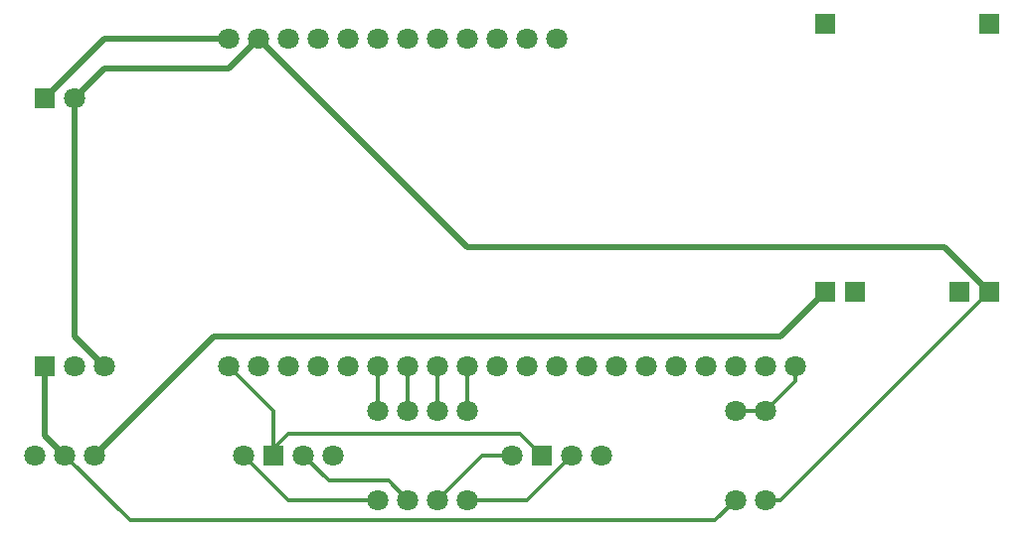
<source format=gtl>
%TF.GenerationSoftware,KiCad,Pcbnew,9.0.0*%
%TF.CreationDate,2025-03-09T03:37:22-07:00*%
%TF.ProjectId,tag,7461672e-6b69-4636-9164-5f7063625858,v0.1*%
%TF.SameCoordinates,Original*%
%TF.FileFunction,Copper,L1,Top*%
%TF.FilePolarity,Positive*%
%FSLAX46Y46*%
G04 Gerber Fmt 4.6, Leading zero omitted, Abs format (unit mm)*
G04 Created by KiCad (PCBNEW 9.0.0) date 2025-03-09 03:37:22*
%MOMM*%
%LPD*%
G01*
G04 APERTURE LIST*
%TA.AperFunction,ComponentPad*%
%ADD10C,1.800000*%
%TD*%
%TA.AperFunction,ComponentPad*%
%ADD11R,1.800000X1.800000*%
%TD*%
%TA.AperFunction,Conductor*%
%ADD12C,0.500000*%
%TD*%
%TA.AperFunction,Conductor*%
%ADD13C,0.300000*%
%TD*%
G04 APERTURE END LIST*
D10*
%TO.P,ESP32_UWB1,1,3V3*%
%TO.N,Net-(ESP32_UWB1-3V3)*%
X40855000Y-48260000D03*
%TO.P,ESP32_UWB1,2,GND*%
%TO.N,unconnected-(ESP32_UWB1-GND-Pad2)*%
X43395000Y-48260000D03*
%TO.P,ESP32_UWB1,3,RST*%
%TO.N,unconnected-(ESP32_UWB1-RST-Pad3)*%
X45935000Y-48260000D03*
%TO.P,ESP32_UWB1,4,GND*%
%TO.N,unconnected-(ESP32_UWB1-GND-Pad4)*%
X48475000Y-48260000D03*
%TO.P,ESP32_UWB1,5,IO2*%
%TO.N,unconnected-(ESP32_UWB1-IO2-Pad5)*%
X51015000Y-48260000D03*
%TO.P,ESP32_UWB1,6,IO12*%
%TO.N,Net-(ESP32_UWB1-IO12)*%
X53555000Y-48260000D03*
%TO.P,ESP32_UWB1,7,IO13*%
%TO.N,Net-(ESP32_UWB1-IO13)*%
X56095000Y-48260000D03*
%TO.P,ESP32_UWB1,8,IO14*%
%TO.N,Net-(ESP32_UWB1-IO14)*%
X58635000Y-48260000D03*
%TO.P,ESP32_UWB1,9,IO15*%
%TO.N,Net-(ESP32_UWB1-IO15)*%
X61175000Y-48260000D03*
%TO.P,ESP32_UWB1,10,IO18*%
%TO.N,unconnected-(ESP32_UWB1-IO18-Pad10)*%
X63715000Y-48260000D03*
%TO.P,ESP32_UWB1,11,IO19*%
%TO.N,unconnected-(ESP32_UWB1-IO19-Pad11)*%
X66255000Y-48260000D03*
%TO.P,ESP32_UWB1,12,IO25*%
%TO.N,unconnected-(ESP32_UWB1-IO25-Pad12)*%
X68795000Y-48260000D03*
%TO.P,ESP32_UWB1,13,IO26*%
%TO.N,unconnected-(ESP32_UWB1-IO26-Pad13)*%
X71335000Y-48260000D03*
%TO.P,ESP32_UWB1,14,IO27*%
%TO.N,unconnected-(ESP32_UWB1-IO27-Pad14)*%
X73875000Y-48260000D03*
%TO.P,ESP32_UWB1,15,IO32*%
%TO.N,unconnected-(ESP32_UWB1-IO32-Pad15)*%
X76415000Y-48260000D03*
%TO.P,ESP32_UWB1,16,IO33*%
%TO.N,unconnected-(ESP32_UWB1-IO33-Pad16)*%
X78955000Y-48260000D03*
%TO.P,ESP32_UWB1,17,IO34*%
%TO.N,unconnected-(ESP32_UWB1-IO34-Pad17)*%
X81495000Y-48260000D03*
%TO.P,ESP32_UWB1,18,IO35*%
%TO.N,unconnected-(ESP32_UWB1-IO35-Pad18)*%
X84035000Y-48260000D03*
%TO.P,ESP32_UWB1,19,IO36*%
%TO.N,unconnected-(ESP32_UWB1-IO36-Pad19)*%
X86575000Y-48260000D03*
%TO.P,ESP32_UWB1,20,IO39*%
%TO.N,Net-(ESP32_UWB1-IO39)*%
X89115000Y-48260000D03*
%TO.P,ESP32_UWB1,21,5V0*%
%TO.N,Net-(ESP32_UWB1-5V0)*%
X40855000Y-20320000D03*
%TO.P,ESP32_UWB1,22,GND*%
%TO.N,Net-(Battery_Charger1-OUT-)*%
X43395000Y-20320000D03*
%TO.P,ESP32_UWB1,23,IO3*%
%TO.N,unconnected-(ESP32_UWB1-IO3-Pad23)*%
X45935000Y-20320000D03*
%TO.P,ESP32_UWB1,24,IO1*%
%TO.N,unconnected-(ESP32_UWB1-IO1-Pad24)*%
X48475000Y-20320000D03*
%TO.P,ESP32_UWB1,25,IO0*%
%TO.N,unconnected-(ESP32_UWB1-IO0-Pad25)*%
X51015000Y-20320000D03*
%TO.P,ESP32_UWB1,26,IO4*%
%TO.N,unconnected-(ESP32_UWB1-IO4-Pad26)*%
X53555000Y-20320000D03*
%TO.P,ESP32_UWB1,27,IO5*%
%TO.N,unconnected-(ESP32_UWB1-IO5-Pad27)*%
X56095000Y-20320000D03*
%TO.P,ESP32_UWB1,28,IO16*%
%TO.N,unconnected-(ESP32_UWB1-IO16-Pad28)*%
X58635000Y-20320000D03*
%TO.P,ESP32_UWB1,29,IO17*%
%TO.N,unconnected-(ESP32_UWB1-IO17-Pad29)*%
X61175000Y-20320000D03*
%TO.P,ESP32_UWB1,30,IO21*%
%TO.N,unconnected-(ESP32_UWB1-IO21-Pad30)*%
X63715000Y-20320000D03*
%TO.P,ESP32_UWB1,31,IO22*%
%TO.N,unconnected-(ESP32_UWB1-IO22-Pad31)*%
X66255000Y-20320000D03*
%TO.P,ESP32_UWB1,32,IO23*%
%TO.N,unconnected-(ESP32_UWB1-IO23-Pad32)*%
X68795000Y-20320000D03*
%TD*%
D11*
%TO.P,5V_DC_DC_Converter1,1,+*%
%TO.N,Net-(5V_DC_DC_Converter1-+-Pad1)*%
X25185000Y-48260000D03*
D10*
%TO.P,5V_DC_DC_Converter1,2,CTL*%
%TO.N,unconnected-(5V_DC_DC_Converter1-CTL-Pad2)*%
X27725000Y-48260000D03*
%TO.P,5V_DC_DC_Converter1,3,-*%
%TO.N,Net-(Battery_Charger1-OUT-)*%
X30265000Y-48260000D03*
D11*
%TO.P,5V_DC_DC_Converter1,4,+*%
%TO.N,Net-(ESP32_UWB1-5V0)*%
X25185000Y-25400000D03*
D10*
%TO.P,5V_DC_DC_Converter1,5,-*%
%TO.N,Net-(Battery_Charger1-OUT-)*%
X27725000Y-25400000D03*
%TD*%
%TO.P,R1,1*%
%TO.N,Net-(RGB_LED_ROUND1-R)*%
X53555000Y-59690000D03*
%TO.P,R1,2*%
%TO.N,Net-(ESP32_UWB1-IO12)*%
X53555000Y-52070000D03*
%TD*%
%TO.P,RGB_LED_ROUND1,1,R*%
%TO.N,Net-(RGB_LED_ROUND1-R)*%
X42125000Y-55880000D03*
D11*
%TO.P,RGB_LED_ROUND1,2,VCC*%
%TO.N,Net-(ESP32_UWB1-3V3)*%
X44665000Y-55880000D03*
D10*
%TO.P,RGB_LED_ROUND1,3,G*%
%TO.N,Net-(RGB_LED_ROUND1-G)*%
X47205000Y-55880000D03*
%TO.P,RGB_LED_ROUND1,4,B*%
%TO.N,unconnected-(RGB_LED_ROUND1-B-Pad4)*%
X49745000Y-55880000D03*
%TD*%
%TO.P,R2,1*%
%TO.N,Net-(RGB_LED_ROUND1-G)*%
X56095000Y-59690000D03*
%TO.P,R2,2*%
%TO.N,Net-(ESP32_UWB1-IO13)*%
X56095000Y-52070000D03*
%TD*%
%TO.P,R4,1*%
%TO.N,Net-(RGB_LED_ROUND2-G)*%
X61175000Y-59690000D03*
%TO.P,R4,2*%
%TO.N,Net-(ESP32_UWB1-IO15)*%
X61175000Y-52070000D03*
%TD*%
%TO.P,RGB_LED_ROUND2,1,R*%
%TO.N,Net-(RGB_LED_ROUND2-R)*%
X64985000Y-55880000D03*
D11*
%TO.P,RGB_LED_ROUND2,2,VCC*%
%TO.N,Net-(ESP32_UWB1-3V3)*%
X67525000Y-55880000D03*
D10*
%TO.P,RGB_LED_ROUND2,3,G*%
%TO.N,Net-(RGB_LED_ROUND2-G)*%
X70065000Y-55880000D03*
%TO.P,RGB_LED_ROUND2,4,B*%
%TO.N,unconnected-(RGB_LED_ROUND2-B-Pad4)*%
X72605000Y-55880000D03*
%TD*%
%TO.P,R3,1*%
%TO.N,Net-(RGB_LED_ROUND2-R)*%
X58635000Y-59690000D03*
%TO.P,R3,2*%
%TO.N,Net-(ESP32_UWB1-IO14)*%
X58635000Y-52070000D03*
%TD*%
%TO.P,R6,1*%
%TO.N,Net-(Battery_Charger1-OUT-)*%
X86575000Y-59690000D03*
%TO.P,R6,2*%
%TO.N,Net-(ESP32_UWB1-IO39)*%
X86575000Y-52070000D03*
%TD*%
%TO.P,ON_OFF_SWITCH1,1*%
%TO.N,unconnected-(ON_OFF_SWITCH1-Pad1)*%
X24345000Y-55880000D03*
%TO.P,ON_OFF_SWITCH1,2*%
%TO.N,Net-(5V_DC_DC_Converter1-+-Pad1)*%
X26885000Y-55880000D03*
%TO.P,ON_OFF_SWITCH1,3*%
%TO.N,Net-(Battery_Charger1-OUT+)*%
X29425000Y-55880000D03*
%TD*%
%TO.P,R5,1*%
%TO.N,Net-(5V_DC_DC_Converter1-+-Pad1)*%
X84035000Y-59690000D03*
%TO.P,R5,2*%
%TO.N,Net-(ESP32_UWB1-IO39)*%
X84035000Y-52070000D03*
%TD*%
D11*
%TO.P,Battery_Charger1,1,+*%
%TO.N,unconnected-(Battery_Charger1-+-Pad1)*%
X91655000Y-19050000D03*
%TO.P,Battery_Charger1,2,-*%
%TO.N,unconnected-(Battery_Charger1---Pad2)*%
X105625000Y-19050000D03*
%TO.P,Battery_Charger1,3,OUT+*%
%TO.N,Net-(Battery_Charger1-OUT+)*%
X91655000Y-41910000D03*
%TO.P,Battery_Charger1,4,B+*%
%TO.N,unconnected-(Battery_Charger1-B+-Pad4)*%
X94195000Y-41910000D03*
%TO.P,Battery_Charger1,5,B-*%
%TO.N,unconnected-(Battery_Charger1-B--Pad5)*%
X103085000Y-41910000D03*
%TO.P,Battery_Charger1,6,OUT-*%
%TO.N,Net-(Battery_Charger1-OUT-)*%
X105625000Y-41910000D03*
%TD*%
D12*
%TO.N,Net-(ESP32_UWB1-5V0)*%
X30265000Y-20320000D02*
X40855000Y-20320000D01*
X25185000Y-25400000D02*
X30265000Y-20320000D01*
D13*
%TO.N,Net-(5V_DC_DC_Converter1-+-Pad1)*%
X26885000Y-55880000D02*
X32445000Y-61440000D01*
X82285000Y-61440000D02*
X84035000Y-59690000D01*
D12*
X25185000Y-54180000D02*
X26885000Y-55880000D01*
D13*
X32445000Y-61440000D02*
X82285000Y-61440000D01*
D12*
X25185000Y-48260000D02*
X25185000Y-54180000D01*
D13*
%TO.N,Net-(ESP32_UWB1-3V3)*%
X40855000Y-48260000D02*
X44665000Y-52070000D01*
X44665000Y-55880000D02*
X44665000Y-55291000D01*
X44665000Y-52070000D02*
X44665000Y-55880000D01*
X44665000Y-55291000D02*
X45916000Y-54040000D01*
X67525000Y-55880000D02*
X65685000Y-54040000D01*
X65685000Y-54040000D02*
X45916000Y-54040000D01*
%TO.N,Net-(ESP32_UWB1-IO39)*%
X89115000Y-49530000D02*
X89115000Y-48260000D01*
X86575000Y-52070000D02*
X89115000Y-49530000D01*
X84035000Y-52070000D02*
X86575000Y-52070000D01*
%TO.N,Net-(ESP32_UWB1-IO12)*%
X53555000Y-52070000D02*
X53555000Y-48260000D01*
%TO.N,Net-(ESP32_UWB1-IO14)*%
X58025000Y-48260000D02*
X58535000Y-48260000D01*
X58635000Y-48260000D02*
X58635000Y-52070000D01*
%TO.N,Net-(ESP32_UWB1-IO13)*%
X56095000Y-48260000D02*
X56095000Y-52070000D01*
%TO.N,Net-(RGB_LED_ROUND1-R)*%
X45935000Y-59690000D02*
X53555000Y-59690000D01*
X42125000Y-55880000D02*
X45935000Y-59690000D01*
%TO.N,Net-(RGB_LED_ROUND1-G)*%
X54445000Y-58040000D02*
X49365000Y-58040000D01*
X49365000Y-58040000D02*
X47205000Y-55880000D01*
X56095000Y-59690000D02*
X54445000Y-58040000D01*
%TO.N,Net-(RGB_LED_ROUND2-R)*%
X62445000Y-55880000D02*
X58635000Y-59690000D01*
X64985000Y-55880000D02*
X62445000Y-55880000D01*
%TO.N,Net-(RGB_LED_ROUND2-G)*%
X66255000Y-59690000D02*
X70065000Y-55880000D01*
X61175000Y-59690000D02*
X66255000Y-59690000D01*
D12*
%TO.N,Net-(Battery_Charger1-OUT+)*%
X39585000Y-45720000D02*
X87845000Y-45720000D01*
X29425000Y-55880000D02*
X39585000Y-45720000D01*
X87845000Y-45720000D02*
X91655000Y-41910000D01*
%TO.N,Net-(Battery_Charger1-OUT-)*%
X105625000Y-41910000D02*
X101815000Y-38100000D01*
D13*
X105625000Y-41912792D02*
X105625000Y-41910000D01*
D12*
X30265000Y-22860000D02*
X40855000Y-22860000D01*
X61175000Y-38100000D02*
X43395000Y-20320000D01*
X27725000Y-45720000D02*
X30265000Y-48260000D01*
X101815000Y-38100000D02*
X61175000Y-38100000D01*
X40855000Y-22860000D02*
X43395000Y-20320000D01*
X27725000Y-25400000D02*
X27725000Y-45720000D01*
D13*
X87845000Y-59690000D02*
X86575000Y-59690000D01*
X105625000Y-41910000D02*
X87845000Y-59690000D01*
D12*
X27725000Y-25400000D02*
X30265000Y-22860000D01*
D13*
%TO.N,Net-(ESP32_UWB1-IO15)*%
X61175000Y-48260000D02*
X61175000Y-52070000D01*
%TD*%
M02*

</source>
